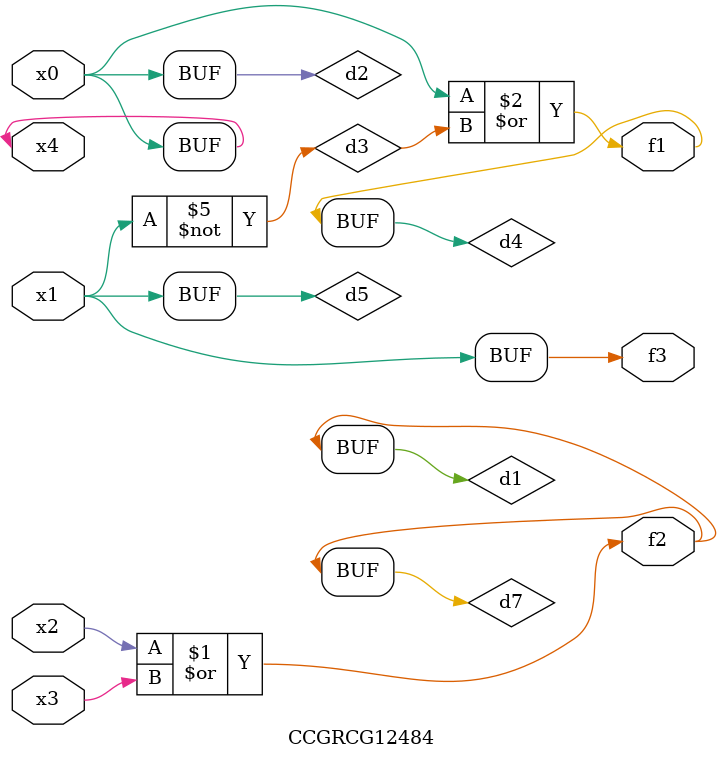
<source format=v>
module CCGRCG12484(
	input x0, x1, x2, x3, x4,
	output f1, f2, f3
);

	wire d1, d2, d3, d4, d5, d6, d7;

	or (d1, x2, x3);
	buf (d2, x0, x4);
	not (d3, x1);
	or (d4, d2, d3);
	not (d5, d3);
	nand (d6, d1, d3);
	or (d7, d1);
	assign f1 = d4;
	assign f2 = d7;
	assign f3 = d5;
endmodule

</source>
